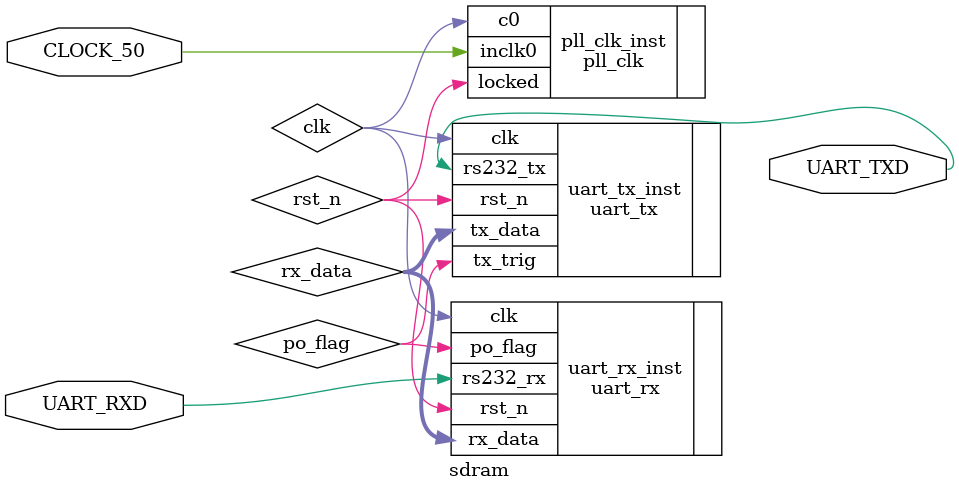
<source format=v>
/************************************************************************
 * Author        : Wen Chunyang
 * Email         : 1494640955@qq.com
 * Create time   : 2018-04-15 18:58
 * Last modified : 2018-04-15 18:58
 * Filename      : sdram.v
 * Description   : 
 * *********************************************************************/
module  sdram(
        input                   CLOCK_50                ,
        //uart
        input                   UART_RXD                ,
        output  wire            UART_TXD 
);
//=====================================================================\
// ********** Define Parameter and Internal Signals *************
//=====================================================================/
wire    [ 7: 0]                 rx_data                         ;
wire                            po_flag                         ; 
wire                            clk                             ;
wire                            rst_n                           ; 
//======================================================================
// ***************      Main    Code    ****************
//======================================================================
uart_rx uart_rx_inst(
        .clk                    (clk                    ),
        .rst_n                  (rst_n                  ),
        //uart
        .rs232_rx               (UART_RXD               ),
        //
        .rx_data                (rx_data                ),
        .po_flag                (po_flag                )
);
uart_tx uart_tx_inst(
        .clk                    (clk                    ),
        .rst_n                  (rst_n                  ),
        //uart_rx
        .tx_trig                (po_flag                ),
        .tx_data                (rx_data                ),
        //uart_tx
        .rs232_tx               (UART_TXD               )
);

pll_clk	pll_clk_inst (
        .inclk0                 (CLOCK_50               ),
        .c0                     (clk                    ),
        .locked                 (rst_n                  )
);

endmodule

</source>
